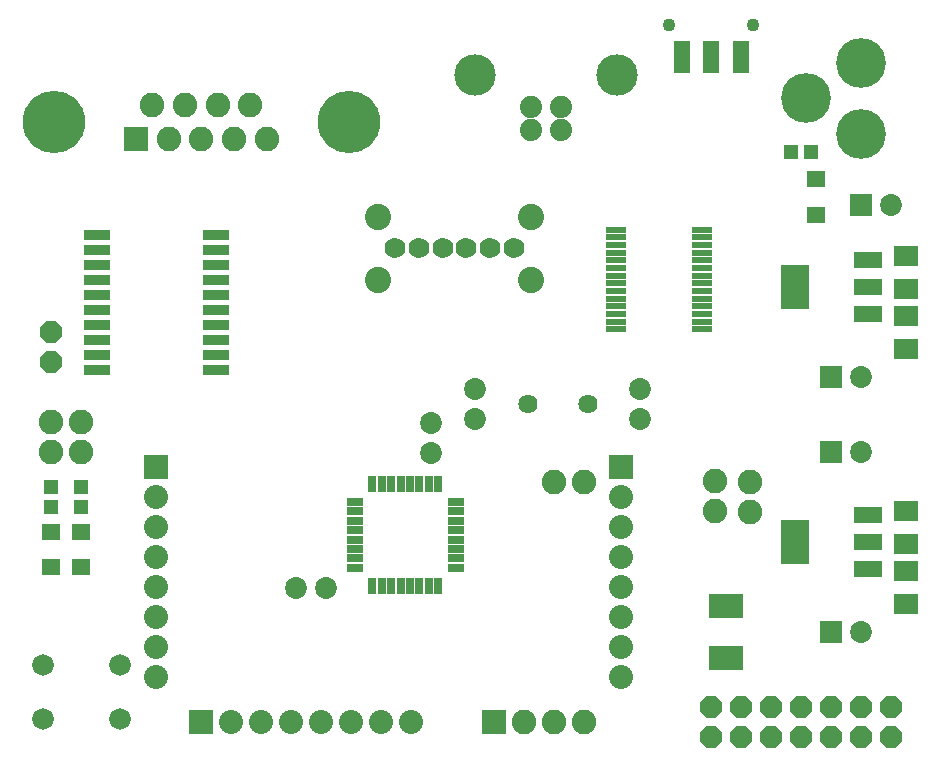
<source format=gts>
G75*
G70*
%OFA0B0*%
%FSLAX24Y24*%
%IPPOS*%
%LPD*%
%AMOC8*
5,1,8,0,0,1.08239X$1,22.5*
%
%ADD10R,0.0580X0.0300*%
%ADD11R,0.0300X0.0580*%
%ADD12R,0.0671X0.0237*%
%ADD13C,0.0740*%
%ADD14C,0.1380*%
%ADD15R,0.0820X0.0820*%
%ADD16C,0.0820*%
%ADD17C,0.2080*%
%ADD18OC8,0.0710*%
%ADD19C,0.1660*%
%ADD20R,0.0552X0.1064*%
%ADD21C,0.0434*%
%ADD22C,0.0877*%
%ADD23C,0.0694*%
%ADD24OC8,0.0720*%
%ADD25R,0.1143X0.0789*%
%ADD26C,0.0720*%
%ADD27R,0.0800X0.0800*%
%ADD28C,0.0800*%
%ADD29C,0.0640*%
%ADD30C,0.0730*%
%ADD31R,0.0880X0.0340*%
%ADD32R,0.0960X0.0560*%
%ADD33R,0.0946X0.1497*%
%ADD34R,0.0730X0.0730*%
%ADD35R,0.0789X0.0710*%
%ADD36R,0.0631X0.0552*%
%ADD37R,0.0474X0.0513*%
%ADD38R,0.0513X0.0474*%
D10*
X012251Y007285D03*
X012251Y007600D03*
X012251Y007915D03*
X012251Y008230D03*
X012251Y008545D03*
X012251Y008860D03*
X012251Y009175D03*
X012251Y009490D03*
X015631Y009490D03*
X015631Y009175D03*
X015631Y008860D03*
X015631Y008545D03*
X015631Y008230D03*
X015631Y007915D03*
X015631Y007600D03*
X015631Y007285D03*
D11*
X015043Y006698D03*
X014729Y006698D03*
X014414Y006698D03*
X014099Y006698D03*
X013784Y006698D03*
X013469Y006698D03*
X013154Y006698D03*
X012839Y006698D03*
X012839Y010078D03*
X013154Y010078D03*
X013469Y010078D03*
X013784Y010078D03*
X014099Y010078D03*
X014414Y010078D03*
X014729Y010078D03*
X015043Y010078D03*
D12*
X020964Y015234D03*
X020964Y015490D03*
X020964Y015746D03*
X020964Y016002D03*
X020964Y016258D03*
X020964Y016514D03*
X020964Y016770D03*
X020964Y017026D03*
X020964Y017282D03*
X020964Y017537D03*
X020964Y017793D03*
X020964Y018049D03*
X020964Y018305D03*
X020964Y018561D03*
X023818Y018561D03*
X023818Y018305D03*
X023818Y018049D03*
X023818Y017793D03*
X023818Y017537D03*
X023818Y017282D03*
X023818Y017026D03*
X023818Y016770D03*
X023818Y016514D03*
X023818Y016258D03*
X023818Y016002D03*
X023818Y015746D03*
X023818Y015490D03*
X023818Y015234D03*
D13*
X019133Y021868D03*
X019133Y022648D03*
X018149Y022648D03*
X018149Y021868D03*
D14*
X016271Y023718D03*
X021011Y023718D03*
D15*
X004960Y021589D03*
X016891Y002148D03*
D16*
X017891Y002148D03*
X018891Y002148D03*
X019891Y002148D03*
X024281Y009188D03*
X024281Y010188D03*
X025441Y010158D03*
X025441Y009158D03*
X019901Y010148D03*
X018901Y010148D03*
X009322Y021589D03*
X008232Y021589D03*
X007141Y021589D03*
X006051Y021589D03*
X005507Y022707D03*
X006598Y022707D03*
X007684Y022707D03*
X008775Y022707D03*
X003141Y012148D03*
X002141Y012148D03*
X002141Y011148D03*
X003141Y011148D03*
D17*
X002220Y022148D03*
X012062Y022148D03*
D18*
X002141Y015148D03*
X002141Y014148D03*
D19*
X027291Y022935D03*
X029141Y021754D03*
X029141Y024116D03*
D20*
X025125Y024315D03*
X024141Y024315D03*
X023157Y024315D03*
D21*
X022743Y025398D03*
X025539Y025398D03*
D22*
X018141Y018984D03*
X018141Y016898D03*
X013023Y016898D03*
X013023Y018984D03*
D23*
X013614Y017941D03*
X014401Y017941D03*
X015188Y017941D03*
X015976Y017941D03*
X016763Y017941D03*
X017551Y017941D03*
D24*
X024141Y002648D03*
X025141Y002648D03*
X026141Y002648D03*
X027141Y002648D03*
X028141Y002648D03*
X029141Y002648D03*
X030141Y002648D03*
X030141Y001648D03*
X029141Y001648D03*
X028141Y001648D03*
X027141Y001648D03*
X026141Y001648D03*
X025141Y001648D03*
X024141Y001648D03*
D25*
X024641Y004282D03*
X024641Y006014D03*
D26*
X001861Y002258D03*
X001861Y004038D03*
X004421Y004038D03*
X004421Y002258D03*
D27*
X007141Y002148D03*
X005641Y010648D03*
X021141Y010648D03*
D28*
X021141Y009648D03*
X021141Y008648D03*
X021141Y007648D03*
X021141Y006648D03*
X021141Y005648D03*
X021141Y004648D03*
X021141Y003648D03*
X014141Y002148D03*
X013141Y002148D03*
X012141Y002148D03*
X011141Y002148D03*
X010141Y002148D03*
X009141Y002148D03*
X008141Y002148D03*
X005641Y003648D03*
X005641Y004648D03*
X005641Y005648D03*
X005641Y006648D03*
X005641Y007648D03*
X005641Y008648D03*
X005641Y009648D03*
D29*
X018021Y012748D03*
X020021Y012748D03*
D30*
X021771Y013248D03*
X021771Y012248D03*
X016271Y012248D03*
X016271Y013248D03*
X014801Y012128D03*
X014801Y011128D03*
X011301Y006628D03*
X010301Y006628D03*
X029141Y005148D03*
X029141Y011148D03*
X029141Y013648D03*
X030141Y019398D03*
D31*
X007621Y018398D03*
X007621Y017898D03*
X007621Y017398D03*
X007621Y016898D03*
X007621Y016398D03*
X007621Y015898D03*
X007621Y015398D03*
X007621Y014898D03*
X007621Y014398D03*
X007621Y013898D03*
X003661Y013898D03*
X003661Y014398D03*
X003661Y014898D03*
X003661Y015398D03*
X003661Y015898D03*
X003661Y016398D03*
X003661Y016898D03*
X003661Y017398D03*
X003661Y017898D03*
X003661Y018398D03*
D32*
X029361Y017558D03*
X029361Y016648D03*
X029361Y015738D03*
X029361Y009058D03*
X029361Y008148D03*
X029361Y007238D03*
D33*
X026921Y008148D03*
X026921Y016648D03*
D34*
X029141Y019398D03*
X028141Y013648D03*
X028141Y011148D03*
X028141Y005148D03*
D35*
X030641Y006097D03*
X030641Y007199D03*
X030641Y008097D03*
X030641Y009199D03*
X030641Y014597D03*
X030641Y015699D03*
X030641Y016597D03*
X030641Y017699D03*
D36*
X027641Y019057D03*
X027641Y020238D03*
X003141Y008488D03*
X002141Y008488D03*
X002141Y007307D03*
X003141Y007307D03*
D37*
X003141Y009313D03*
X003141Y009982D03*
X002141Y009982D03*
X002141Y009313D03*
D38*
X026806Y021148D03*
X027476Y021148D03*
M02*

</source>
